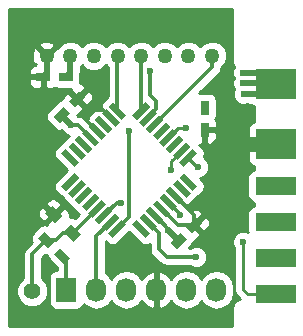
<source format=gbr>
G04 #@! TF.FileFunction,Copper,L1,Top,Signal*
%FSLAX46Y46*%
G04 Gerber Fmt 4.6, Leading zero omitted, Abs format (unit mm)*
G04 Created by KiCad (PCBNEW 4.0.7) date 08/12/18 13:26:52*
%MOMM*%
%LPD*%
G01*
G04 APERTURE LIST*
%ADD10C,0.100000*%
%ADD11R,1.200000X0.750000*%
%ADD12R,1.727200X2.032000*%
%ADD13O,1.727200X2.032000*%
%ADD14C,1.270000*%
%ADD15C,1.400000*%
%ADD16R,3.500000X2.500000*%
%ADD17R,3.500000X1.524000*%
%ADD18R,0.750000X1.200000*%
%ADD19C,0.600000*%
%ADD20C,0.300000*%
%ADD21C,0.500000*%
%ADD22C,0.250000*%
%ADD23C,0.254000*%
G04 APERTURE END LIST*
D10*
D11*
X103317000Y-91821000D03*
X105217000Y-91821000D03*
D10*
G36*
X112402445Y-105051334D02*
X112013536Y-105440243D01*
X110882165Y-104308872D01*
X111271074Y-103919963D01*
X112402445Y-105051334D01*
X112402445Y-105051334D01*
G37*
G36*
X112968130Y-104485648D02*
X112579221Y-104874557D01*
X111447850Y-103743186D01*
X111836759Y-103354277D01*
X112968130Y-104485648D01*
X112968130Y-104485648D01*
G37*
G36*
X113533816Y-103919963D02*
X113144907Y-104308872D01*
X112013536Y-103177501D01*
X112402445Y-102788592D01*
X113533816Y-103919963D01*
X113533816Y-103919963D01*
G37*
G36*
X114099501Y-103354278D02*
X113710592Y-103743187D01*
X112579221Y-102611816D01*
X112968130Y-102222907D01*
X114099501Y-103354278D01*
X114099501Y-103354278D01*
G37*
G36*
X114665187Y-102788592D02*
X114276278Y-103177501D01*
X113144907Y-102046130D01*
X113533816Y-101657221D01*
X114665187Y-102788592D01*
X114665187Y-102788592D01*
G37*
G36*
X115230872Y-102222907D02*
X114841963Y-102611816D01*
X113710592Y-101480445D01*
X114099501Y-101091536D01*
X115230872Y-102222907D01*
X115230872Y-102222907D01*
G37*
G36*
X115796557Y-101657221D02*
X115407648Y-102046130D01*
X114276277Y-100914759D01*
X114665186Y-100525850D01*
X115796557Y-101657221D01*
X115796557Y-101657221D01*
G37*
G36*
X116362243Y-101091536D02*
X115973334Y-101480445D01*
X114841963Y-100349074D01*
X115230872Y-99960165D01*
X116362243Y-101091536D01*
X116362243Y-101091536D01*
G37*
G36*
X115973334Y-97909555D02*
X116362243Y-98298464D01*
X115230872Y-99429835D01*
X114841963Y-99040926D01*
X115973334Y-97909555D01*
X115973334Y-97909555D01*
G37*
G36*
X115407648Y-97343870D02*
X115796557Y-97732779D01*
X114665186Y-98864150D01*
X114276277Y-98475241D01*
X115407648Y-97343870D01*
X115407648Y-97343870D01*
G37*
G36*
X114841963Y-96778184D02*
X115230872Y-97167093D01*
X114099501Y-98298464D01*
X113710592Y-97909555D01*
X114841963Y-96778184D01*
X114841963Y-96778184D01*
G37*
G36*
X114276278Y-96212499D02*
X114665187Y-96601408D01*
X113533816Y-97732779D01*
X113144907Y-97343870D01*
X114276278Y-96212499D01*
X114276278Y-96212499D01*
G37*
G36*
X113710592Y-95646813D02*
X114099501Y-96035722D01*
X112968130Y-97167093D01*
X112579221Y-96778184D01*
X113710592Y-95646813D01*
X113710592Y-95646813D01*
G37*
G36*
X113144907Y-95081128D02*
X113533816Y-95470037D01*
X112402445Y-96601408D01*
X112013536Y-96212499D01*
X113144907Y-95081128D01*
X113144907Y-95081128D01*
G37*
G36*
X112579221Y-94515443D02*
X112968130Y-94904352D01*
X111836759Y-96035723D01*
X111447850Y-95646814D01*
X112579221Y-94515443D01*
X112579221Y-94515443D01*
G37*
G36*
X112013536Y-93949757D02*
X112402445Y-94338666D01*
X111271074Y-95470037D01*
X110882165Y-95081128D01*
X112013536Y-93949757D01*
X112013536Y-93949757D01*
G37*
G36*
X110351835Y-95081128D02*
X109962926Y-95470037D01*
X108831555Y-94338666D01*
X109220464Y-93949757D01*
X110351835Y-95081128D01*
X110351835Y-95081128D01*
G37*
G36*
X109786150Y-95646814D02*
X109397241Y-96035723D01*
X108265870Y-94904352D01*
X108654779Y-94515443D01*
X109786150Y-95646814D01*
X109786150Y-95646814D01*
G37*
G36*
X109220464Y-96212499D02*
X108831555Y-96601408D01*
X107700184Y-95470037D01*
X108089093Y-95081128D01*
X109220464Y-96212499D01*
X109220464Y-96212499D01*
G37*
G36*
X108654779Y-96778184D02*
X108265870Y-97167093D01*
X107134499Y-96035722D01*
X107523408Y-95646813D01*
X108654779Y-96778184D01*
X108654779Y-96778184D01*
G37*
G36*
X108089093Y-97343870D02*
X107700184Y-97732779D01*
X106568813Y-96601408D01*
X106957722Y-96212499D01*
X108089093Y-97343870D01*
X108089093Y-97343870D01*
G37*
G36*
X107523408Y-97909555D02*
X107134499Y-98298464D01*
X106003128Y-97167093D01*
X106392037Y-96778184D01*
X107523408Y-97909555D01*
X107523408Y-97909555D01*
G37*
G36*
X106957723Y-98475241D02*
X106568814Y-98864150D01*
X105437443Y-97732779D01*
X105826352Y-97343870D01*
X106957723Y-98475241D01*
X106957723Y-98475241D01*
G37*
G36*
X106392037Y-99040926D02*
X106003128Y-99429835D01*
X104871757Y-98298464D01*
X105260666Y-97909555D01*
X106392037Y-99040926D01*
X106392037Y-99040926D01*
G37*
G36*
X106003128Y-99960165D02*
X106392037Y-100349074D01*
X105260666Y-101480445D01*
X104871757Y-101091536D01*
X106003128Y-99960165D01*
X106003128Y-99960165D01*
G37*
G36*
X106568814Y-100525850D02*
X106957723Y-100914759D01*
X105826352Y-102046130D01*
X105437443Y-101657221D01*
X106568814Y-100525850D01*
X106568814Y-100525850D01*
G37*
G36*
X107134499Y-101091536D02*
X107523408Y-101480445D01*
X106392037Y-102611816D01*
X106003128Y-102222907D01*
X107134499Y-101091536D01*
X107134499Y-101091536D01*
G37*
G36*
X107700184Y-101657221D02*
X108089093Y-102046130D01*
X106957722Y-103177501D01*
X106568813Y-102788592D01*
X107700184Y-101657221D01*
X107700184Y-101657221D01*
G37*
G36*
X108265870Y-102222907D02*
X108654779Y-102611816D01*
X107523408Y-103743187D01*
X107134499Y-103354278D01*
X108265870Y-102222907D01*
X108265870Y-102222907D01*
G37*
G36*
X108831555Y-102788592D02*
X109220464Y-103177501D01*
X108089093Y-104308872D01*
X107700184Y-103919963D01*
X108831555Y-102788592D01*
X108831555Y-102788592D01*
G37*
G36*
X109397241Y-103354277D02*
X109786150Y-103743186D01*
X108654779Y-104874557D01*
X108265870Y-104485648D01*
X109397241Y-103354277D01*
X109397241Y-103354277D01*
G37*
G36*
X109962926Y-103919963D02*
X110351835Y-104308872D01*
X109220464Y-105440243D01*
X108831555Y-105051334D01*
X109962926Y-103919963D01*
X109962926Y-103919963D01*
G37*
D12*
X105283000Y-109855000D03*
D13*
X107823000Y-109855000D03*
X110363000Y-109855000D03*
X112903000Y-109855000D03*
X115443000Y-109855000D03*
X117983000Y-109855000D03*
D10*
G36*
X116273850Y-103667820D02*
X116804180Y-104198150D01*
X115955652Y-105046678D01*
X115425322Y-104516348D01*
X116273850Y-103667820D01*
X116273850Y-103667820D01*
G37*
G36*
X114930348Y-105011322D02*
X115460678Y-105541652D01*
X114612150Y-106390180D01*
X114081820Y-105859850D01*
X114930348Y-105011322D01*
X114930348Y-105011322D01*
G37*
G36*
X106367850Y-92999820D02*
X106898180Y-93530150D01*
X106049652Y-94378678D01*
X105519322Y-93848348D01*
X106367850Y-92999820D01*
X106367850Y-92999820D01*
G37*
G36*
X105024348Y-94343322D02*
X105554678Y-94873652D01*
X104706150Y-95722180D01*
X104175820Y-95191850D01*
X105024348Y-94343322D01*
X105024348Y-94343322D01*
G37*
G36*
X105628180Y-107129850D02*
X105097850Y-107660180D01*
X104249322Y-106811652D01*
X104779652Y-106281322D01*
X105628180Y-107129850D01*
X105628180Y-107129850D01*
G37*
G36*
X104284678Y-105786348D02*
X103754348Y-106316678D01*
X102905820Y-105468150D01*
X103436150Y-104937820D01*
X104284678Y-105786348D01*
X104284678Y-105786348D01*
G37*
G36*
X103508721Y-103383117D02*
X104145117Y-102746721D01*
X104993645Y-103595249D01*
X104357249Y-104231645D01*
X103508721Y-103383117D01*
X103508721Y-103383117D01*
G37*
G36*
X105064355Y-104938751D02*
X105700751Y-104302355D01*
X106549279Y-105150883D01*
X105912883Y-105787279D01*
X105064355Y-104938751D01*
X105064355Y-104938751D01*
G37*
D14*
X103617000Y-90043000D03*
X105617000Y-90043000D03*
X107617000Y-90043000D03*
X109617000Y-90043000D03*
X111617000Y-90043000D03*
X113617000Y-90043000D03*
X115617000Y-90043000D03*
X117617000Y-90043000D03*
D15*
X102395000Y-109965000D03*
D16*
X123015000Y-92439000D03*
X123015000Y-97519000D03*
D17*
X123015000Y-101075000D03*
X123015000Y-104123000D03*
X123015000Y-107171000D03*
X123015000Y-110219000D03*
D18*
X116995000Y-96315000D03*
X116995000Y-94415000D03*
D19*
X120895000Y-93265000D03*
X120895000Y-92365000D03*
X120895000Y-91465000D03*
X120295000Y-93265000D03*
X120269000Y-92365000D03*
X120269000Y-91465000D03*
X113919000Y-104775000D03*
X116995000Y-94415000D03*
X105717498Y-95885000D03*
X114935000Y-103505000D03*
X120269000Y-105791000D03*
X114173000Y-99695000D03*
X112395000Y-91313000D03*
X110617000Y-96393000D03*
X109895000Y-102465000D03*
X122047000Y-104013000D03*
X116459000Y-99441000D03*
X116295000Y-107065000D03*
X122047000Y-107061000D03*
X122047000Y-100965000D03*
X115443000Y-96139000D03*
D20*
X111792103Y-104680103D02*
X111642305Y-104680103D01*
D21*
X123015000Y-92439000D02*
X121989000Y-93265000D01*
X121989000Y-93265000D02*
X120895000Y-93265000D01*
X120895000Y-93265000D02*
X120295000Y-93265000D01*
X120269000Y-92365000D02*
X120895000Y-92365000D01*
X120895000Y-92365000D02*
X122363000Y-92365000D01*
X122363000Y-92365000D02*
X123015000Y-92439000D01*
X120269000Y-91465000D02*
X120895000Y-91465000D01*
X120895000Y-91465000D02*
X122397000Y-91465000D01*
X122397000Y-91465000D02*
X123015000Y-92439000D01*
X114771249Y-105700751D02*
X114771249Y-105627249D01*
X114771249Y-105627249D02*
X113919000Y-104775000D01*
X104865249Y-95032751D02*
X105717498Y-95885000D01*
X105617000Y-90043000D02*
X105617000Y-91421000D01*
X105617000Y-91421000D02*
X105217000Y-91821000D01*
X123015000Y-92439000D02*
X122363000Y-92365000D01*
X123015000Y-92439000D02*
X122397000Y-91465000D01*
D20*
X113905047Y-102417361D02*
X114935000Y-103447314D01*
X114935000Y-103447314D02*
X114935000Y-103505000D01*
X113919000Y-104694056D02*
X113919000Y-104775000D01*
X113959472Y-104734528D02*
X113919000Y-104775000D01*
X113919000Y-104775000D02*
X113959472Y-104734528D01*
X112773676Y-103548732D02*
X113919000Y-104694056D01*
X114771249Y-105546305D02*
X114771249Y-105700751D01*
X107328953Y-96972639D02*
X106241314Y-95885000D01*
X106241314Y-95885000D02*
X105717498Y-95885000D01*
X105617000Y-90377000D02*
X105617000Y-90043000D01*
D21*
X103617000Y-90043000D02*
X103617000Y-91521000D01*
X103617000Y-91521000D02*
X103317000Y-91821000D01*
X120269000Y-97663000D02*
X122871000Y-97663000D01*
X122871000Y-97663000D02*
X123015000Y-97519000D01*
X120269000Y-97155000D02*
X122651000Y-97155000D01*
X122651000Y-97155000D02*
X123015000Y-97519000D01*
X123015000Y-97519000D02*
X122617000Y-97917000D01*
X122617000Y-97917000D02*
X120269000Y-97917000D01*
X123015000Y-97519000D02*
X122905000Y-97409000D01*
X122905000Y-97409000D02*
X120269000Y-97409000D01*
X123015000Y-97519000D02*
X122363000Y-98171000D01*
X123015000Y-97519000D02*
X122397000Y-96901000D01*
D20*
X103317000Y-91821000D02*
X103617000Y-91521000D01*
X115697000Y-103077944D02*
X116114751Y-103495695D01*
X114470732Y-101851676D02*
X115697000Y-103077944D01*
X116114751Y-103495695D02*
X116114751Y-104357249D01*
X113339361Y-102983047D02*
X114713563Y-104357249D01*
X114713563Y-104357249D02*
X116114751Y-104357249D01*
X106208751Y-93689249D02*
X106208751Y-93762751D01*
X106208751Y-93762751D02*
X107061000Y-94615000D01*
X107894639Y-96406953D02*
X107061000Y-95573314D01*
X107061000Y-95573314D02*
X107061000Y-94615000D01*
X109026010Y-95275583D02*
X108365427Y-94615000D01*
X108365427Y-94615000D02*
X107061000Y-94615000D01*
X102395000Y-109965000D02*
X102395000Y-106827498D01*
X102395000Y-106827498D02*
X103595249Y-105627249D01*
X105806817Y-105044817D02*
X105013183Y-105044817D01*
X104430751Y-105627249D02*
X103595249Y-105627249D01*
X105013183Y-105044817D02*
X104430751Y-105627249D01*
X107894639Y-102983047D02*
X105832869Y-105044817D01*
X105832869Y-105044817D02*
X105806817Y-105044817D01*
D22*
X120269000Y-105791000D02*
X120269000Y-109855000D01*
X120269000Y-109855000D02*
X120633000Y-110219000D01*
X123015000Y-110219000D02*
X120633000Y-110219000D01*
X114173000Y-98967427D02*
X115036417Y-98104010D01*
X114173000Y-98967427D02*
X114173000Y-99695000D01*
X122047000Y-110109000D02*
X122157000Y-110219000D01*
X122157000Y-110219000D02*
X123015000Y-110219000D01*
D20*
X117617000Y-90043000D02*
X117617000Y-90997944D01*
X117617000Y-90997944D02*
X112773676Y-95841268D01*
X113665000Y-94949944D02*
X112773676Y-95841268D01*
X112395000Y-91265000D02*
X112395000Y-93091000D01*
X112395000Y-93091000D02*
X112395000Y-93345000D01*
X112395000Y-93345000D02*
X112903000Y-93853000D01*
X112903000Y-93853000D02*
X112903000Y-94580573D01*
X112903000Y-94580573D02*
X112207990Y-95275583D01*
X112395000Y-91313000D02*
X112395000Y-91265000D01*
X111617000Y-90043000D02*
X111617000Y-94684592D01*
X111617000Y-94684592D02*
X111642305Y-94709897D01*
X111642305Y-94624305D02*
X111642305Y-94709897D01*
X109591695Y-94709897D02*
X109591695Y-90068305D01*
X109591695Y-90068305D02*
X109617000Y-90043000D01*
X109601000Y-90059000D02*
X109617000Y-90043000D01*
X110617000Y-103654798D02*
X109591695Y-104680103D01*
X110617000Y-103654798D02*
X110617000Y-96393000D01*
X105283000Y-109855000D02*
X105283000Y-107315000D01*
X105283000Y-107315000D02*
X104938751Y-106970751D01*
X105217000Y-107249000D02*
X104938751Y-106970751D01*
X105217000Y-109789000D02*
X105283000Y-109855000D01*
X109026010Y-104114417D02*
X107823000Y-105317427D01*
X107823000Y-105317427D02*
X107823000Y-109855000D01*
X108460324Y-103548732D02*
X109544056Y-102465000D01*
X109544056Y-102465000D02*
X109895000Y-102465000D01*
D22*
X115602103Y-98669695D02*
X116373408Y-99441000D01*
X122047000Y-104013000D02*
X122157000Y-104123000D01*
X116373408Y-99441000D02*
X116459000Y-99441000D01*
X122157000Y-104123000D02*
X123015000Y-104123000D01*
D20*
X116295000Y-107065000D02*
X115095000Y-107065000D01*
X113126787Y-106396787D02*
X113795000Y-107065000D01*
X113795000Y-107065000D02*
X115095000Y-107065000D01*
X113126787Y-106396787D02*
X113126787Y-105033214D01*
D22*
X112207990Y-104114417D02*
X113126787Y-105033214D01*
X113126787Y-105033214D02*
X113157000Y-105063427D01*
X122047000Y-107061000D02*
X122905000Y-107061000D01*
X122905000Y-107061000D02*
X123015000Y-107171000D01*
X113905047Y-96972639D02*
X114738686Y-96139000D01*
X122047000Y-100965000D02*
X122157000Y-101075000D01*
X114738686Y-96139000D02*
X115443000Y-96139000D01*
X122157000Y-101075000D02*
X123015000Y-101075000D01*
D23*
G36*
X119285000Y-87265000D02*
X119305000Y-87365546D01*
X119305000Y-90551000D01*
X119359046Y-90822705D01*
X119460347Y-90974314D01*
X119334162Y-91278201D01*
X119333838Y-91650167D01*
X119443359Y-91915228D01*
X119334162Y-92178201D01*
X119333838Y-92550167D01*
X119456326Y-92846612D01*
X119360162Y-93078201D01*
X119359838Y-93450167D01*
X119501883Y-93793943D01*
X119764673Y-94057192D01*
X120108201Y-94199838D01*
X120480167Y-94200162D01*
X120594857Y-94152773D01*
X120708201Y-94199838D01*
X120888070Y-94199995D01*
X121013110Y-94285431D01*
X121158000Y-94314772D01*
X121158000Y-95634000D01*
X121138690Y-95634000D01*
X120905301Y-95730673D01*
X120726673Y-95909302D01*
X120630000Y-96142691D01*
X120630000Y-97233250D01*
X120788750Y-97392000D01*
X121158000Y-97392000D01*
X121158000Y-97646000D01*
X120788750Y-97646000D01*
X120630000Y-97804750D01*
X120630000Y-98895309D01*
X120726673Y-99128698D01*
X120905301Y-99307327D01*
X121138690Y-99404000D01*
X121158000Y-99404000D01*
X121158000Y-99685693D01*
X121029683Y-99709838D01*
X120813559Y-99848910D01*
X120668569Y-100061110D01*
X120617560Y-100313000D01*
X120617560Y-101837000D01*
X120661838Y-102072317D01*
X120800910Y-102288441D01*
X121013110Y-102433431D01*
X121158000Y-102462772D01*
X121158000Y-102733693D01*
X121029683Y-102757838D01*
X120813559Y-102896910D01*
X120668569Y-103109110D01*
X120617560Y-103361000D01*
X120617560Y-104885000D01*
X120625384Y-104926580D01*
X120455799Y-104856162D01*
X120083833Y-104855838D01*
X119740057Y-104997883D01*
X119476808Y-105260673D01*
X119334162Y-105604201D01*
X119333838Y-105976167D01*
X119475883Y-106319943D01*
X119509000Y-106353118D01*
X119509000Y-109855000D01*
X119566852Y-110145839D01*
X119731599Y-110392401D01*
X120009327Y-110670129D01*
X119743295Y-110723046D01*
X119512954Y-110876954D01*
X119359046Y-111107295D01*
X119305000Y-111379000D01*
X119305000Y-112955000D01*
X100405000Y-112955000D01*
X100405000Y-110229383D01*
X101059769Y-110229383D01*
X101262582Y-110720229D01*
X101637796Y-111096098D01*
X102128287Y-111299768D01*
X102659383Y-111300231D01*
X103150229Y-111097418D01*
X103526098Y-110722204D01*
X103729768Y-110231713D01*
X103730231Y-109700617D01*
X103527418Y-109209771D01*
X103180000Y-108861747D01*
X103180000Y-107152656D01*
X103451968Y-106880688D01*
X103494242Y-106909572D01*
X103627490Y-106938477D01*
X103649468Y-107055279D01*
X103791513Y-107269461D01*
X104498000Y-107975948D01*
X104498000Y-108191560D01*
X104419400Y-108191560D01*
X104184083Y-108235838D01*
X103967959Y-108374910D01*
X103822969Y-108587110D01*
X103771960Y-108839000D01*
X103771960Y-110871000D01*
X103816238Y-111106317D01*
X103955310Y-111322441D01*
X104167510Y-111467431D01*
X104419400Y-111518440D01*
X106146600Y-111518440D01*
X106381917Y-111474162D01*
X106598041Y-111335090D01*
X106743031Y-111122890D01*
X106751400Y-111081561D01*
X106763330Y-111099415D01*
X107249511Y-111424271D01*
X107823000Y-111538345D01*
X108396489Y-111424271D01*
X108882670Y-111099415D01*
X109093000Y-110784634D01*
X109303330Y-111099415D01*
X109789511Y-111424271D01*
X110363000Y-111538345D01*
X110936489Y-111424271D01*
X111422670Y-111099415D01*
X111629461Y-110789931D01*
X112000964Y-111205732D01*
X112528209Y-111459709D01*
X112543974Y-111462358D01*
X112776000Y-111341217D01*
X112776000Y-109982000D01*
X112756000Y-109982000D01*
X112756000Y-109728000D01*
X112776000Y-109728000D01*
X112776000Y-108368783D01*
X113030000Y-108368783D01*
X113030000Y-109728000D01*
X113050000Y-109728000D01*
X113050000Y-109982000D01*
X113030000Y-109982000D01*
X113030000Y-111341217D01*
X113262026Y-111462358D01*
X113277791Y-111459709D01*
X113805036Y-111205732D01*
X114176539Y-110789931D01*
X114383330Y-111099415D01*
X114869511Y-111424271D01*
X115443000Y-111538345D01*
X116016489Y-111424271D01*
X116502670Y-111099415D01*
X116713000Y-110784634D01*
X116923330Y-111099415D01*
X117409511Y-111424271D01*
X117983000Y-111538345D01*
X118556489Y-111424271D01*
X119042670Y-111099415D01*
X119367526Y-110613234D01*
X119481600Y-110039745D01*
X119481600Y-109670255D01*
X119367526Y-109096766D01*
X119042670Y-108610585D01*
X118556489Y-108285729D01*
X117983000Y-108171655D01*
X117409511Y-108285729D01*
X116923330Y-108610585D01*
X116713000Y-108925366D01*
X116502670Y-108610585D01*
X116016489Y-108285729D01*
X115443000Y-108171655D01*
X114869511Y-108285729D01*
X114383330Y-108610585D01*
X114176539Y-108920069D01*
X113805036Y-108504268D01*
X113277791Y-108250291D01*
X113262026Y-108247642D01*
X113030000Y-108368783D01*
X112776000Y-108368783D01*
X112543974Y-108247642D01*
X112528209Y-108250291D01*
X112000964Y-108504268D01*
X111629461Y-108920069D01*
X111422670Y-108610585D01*
X110936489Y-108285729D01*
X110363000Y-108171655D01*
X109789511Y-108285729D01*
X109303330Y-108610585D01*
X109093000Y-108925366D01*
X108882670Y-108610585D01*
X108608000Y-108427056D01*
X108608000Y-105743397D01*
X108762655Y-105898052D01*
X108960358Y-106033137D01*
X109211520Y-106087621D01*
X109464091Y-106040097D01*
X109678273Y-105898052D01*
X110617000Y-104959325D01*
X111555727Y-105898052D01*
X111753430Y-106033137D01*
X112004592Y-106087621D01*
X112257163Y-106040097D01*
X112341787Y-105983975D01*
X112341787Y-106396787D01*
X112401542Y-106697194D01*
X112571708Y-106951866D01*
X113239921Y-107620079D01*
X113494594Y-107790245D01*
X113795000Y-107850000D01*
X115757494Y-107850000D01*
X115764673Y-107857192D01*
X116108201Y-107999838D01*
X116480167Y-108000162D01*
X116823943Y-107858117D01*
X117087192Y-107595327D01*
X117229838Y-107251799D01*
X117230162Y-106879833D01*
X117088117Y-106536057D01*
X116825327Y-106272808D01*
X116481799Y-106130162D01*
X116109833Y-106129838D01*
X115766057Y-106271883D01*
X115757926Y-106280000D01*
X115637948Y-106280000D01*
X115918487Y-105999461D01*
X116053572Y-105801758D01*
X116079621Y-105681678D01*
X116081962Y-105681678D01*
X116315351Y-105585005D01*
X116626873Y-105273483D01*
X116626873Y-105048976D01*
X116114751Y-104536854D01*
X116100609Y-104550997D01*
X115921004Y-104371392D01*
X115935146Y-104357249D01*
X116294356Y-104357249D01*
X116806478Y-104869371D01*
X117030985Y-104869371D01*
X117342507Y-104557849D01*
X117439180Y-104324460D01*
X117439180Y-104071841D01*
X117342508Y-103838452D01*
X117190084Y-103686028D01*
X116965577Y-103686028D01*
X116294356Y-104357249D01*
X115935146Y-104357249D01*
X115921004Y-104343107D01*
X116100609Y-104163502D01*
X116114751Y-104177644D01*
X116785972Y-103506423D01*
X116785972Y-103281916D01*
X116633548Y-103129492D01*
X116400159Y-103032820D01*
X116147540Y-103032820D01*
X115914151Y-103129493D01*
X115827372Y-103216272D01*
X115728117Y-102976057D01*
X115552086Y-102799718D01*
X115575234Y-102776570D01*
X115477370Y-102678706D01*
X115553837Y-102664318D01*
X115687486Y-102664318D01*
X115769199Y-102582605D01*
X115777667Y-102562161D01*
X115865457Y-102503939D01*
X116254366Y-102115030D01*
X116328756Y-102006157D01*
X116431143Y-101938254D01*
X116820052Y-101549345D01*
X116955137Y-101351642D01*
X117009621Y-101100480D01*
X116962097Y-100847909D01*
X116820052Y-100633727D01*
X116562416Y-100376091D01*
X116644167Y-100376162D01*
X116987943Y-100234117D01*
X117251192Y-99971327D01*
X117393838Y-99627799D01*
X117394162Y-99255833D01*
X117252117Y-98912057D01*
X116989327Y-98648808D01*
X116914663Y-98617805D01*
X116955137Y-98558570D01*
X117009621Y-98307408D01*
X116962097Y-98054837D01*
X116820052Y-97840655D01*
X116529397Y-97550000D01*
X116709250Y-97550000D01*
X116868000Y-97391250D01*
X116868000Y-96442000D01*
X117122000Y-96442000D01*
X117122000Y-97391250D01*
X117280750Y-97550000D01*
X117496310Y-97550000D01*
X117729699Y-97453327D01*
X117908327Y-97274698D01*
X118005000Y-97041309D01*
X118005000Y-96600750D01*
X117846250Y-96442000D01*
X117122000Y-96442000D01*
X116868000Y-96442000D01*
X116848000Y-96442000D01*
X116848000Y-96188000D01*
X116868000Y-96188000D01*
X116868000Y-96168000D01*
X117122000Y-96168000D01*
X117122000Y-96188000D01*
X117846250Y-96188000D01*
X118005000Y-96029250D01*
X118005000Y-95588691D01*
X117908327Y-95355302D01*
X117906957Y-95353932D01*
X117966431Y-95266890D01*
X118017440Y-95015000D01*
X118017440Y-93815000D01*
X117973162Y-93579683D01*
X117834090Y-93363559D01*
X117621890Y-93218569D01*
X117370000Y-93167560D01*
X116620000Y-93167560D01*
X116543065Y-93182036D01*
X118172076Y-91553025D01*
X118172079Y-91553023D01*
X118342245Y-91298350D01*
X118388123Y-91067709D01*
X118693026Y-90763337D01*
X118886779Y-90296727D01*
X118887220Y-89791490D01*
X118694282Y-89324542D01*
X118337337Y-88966974D01*
X117870727Y-88773221D01*
X117365490Y-88772780D01*
X116898542Y-88965718D01*
X116616822Y-89246947D01*
X116337337Y-88966974D01*
X115870727Y-88773221D01*
X115365490Y-88772780D01*
X114898542Y-88965718D01*
X114616822Y-89246947D01*
X114337337Y-88966974D01*
X113870727Y-88773221D01*
X113365490Y-88772780D01*
X112898542Y-88965718D01*
X112616822Y-89246947D01*
X112337337Y-88966974D01*
X111870727Y-88773221D01*
X111365490Y-88772780D01*
X110898542Y-88965718D01*
X110616822Y-89246947D01*
X110337337Y-88966974D01*
X109870727Y-88773221D01*
X109365490Y-88772780D01*
X108898542Y-88965718D01*
X108616822Y-89246947D01*
X108337337Y-88966974D01*
X107870727Y-88773221D01*
X107365490Y-88772780D01*
X106898542Y-88965718D01*
X106616822Y-89246947D01*
X106337337Y-88966974D01*
X105870727Y-88773221D01*
X105365490Y-88772780D01*
X104898542Y-88965718D01*
X104540974Y-89322663D01*
X104533320Y-89341097D01*
X104505133Y-89334472D01*
X103796605Y-90043000D01*
X103810748Y-90057143D01*
X103631143Y-90236748D01*
X103617000Y-90222605D01*
X103602858Y-90236748D01*
X103423253Y-90057143D01*
X103437395Y-90043000D01*
X102728867Y-89334472D01*
X102499821Y-89388303D01*
X102334319Y-89865664D01*
X102364094Y-90370023D01*
X102499821Y-90697697D01*
X102728865Y-90751527D01*
X102669392Y-90811000D01*
X102590691Y-90811000D01*
X102357302Y-90907673D01*
X102178673Y-91086301D01*
X102082000Y-91319690D01*
X102082000Y-91535250D01*
X102240750Y-91694000D01*
X103190000Y-91694000D01*
X103190000Y-91674000D01*
X103444000Y-91674000D01*
X103444000Y-91694000D01*
X103464000Y-91694000D01*
X103464000Y-91948000D01*
X103444000Y-91948000D01*
X103444000Y-92672250D01*
X103602750Y-92831000D01*
X104043309Y-92831000D01*
X104276698Y-92734327D01*
X104278068Y-92732957D01*
X104365110Y-92792431D01*
X104617000Y-92843440D01*
X105696629Y-92843440D01*
X105696629Y-92997522D01*
X106208751Y-93509644D01*
X106879972Y-92838423D01*
X106879972Y-92613916D01*
X106727548Y-92461492D01*
X106494159Y-92364820D01*
X106430253Y-92364820D01*
X106464440Y-92196000D01*
X106464440Y-91609826D01*
X106502000Y-91421000D01*
X106502000Y-90954030D01*
X106617178Y-90839053D01*
X106896663Y-91119026D01*
X107363273Y-91312779D01*
X107868510Y-91313220D01*
X108335458Y-91120282D01*
X108617178Y-90839053D01*
X108806695Y-91028901D01*
X108806695Y-93462741D01*
X108762655Y-93491948D01*
X108373746Y-93880857D01*
X108313065Y-93969667D01*
X108295081Y-93977116D01*
X108213368Y-94058829D01*
X108213368Y-94195156D01*
X108184177Y-94329722D01*
X108208250Y-94457658D01*
X108098037Y-94433750D01*
X107942899Y-94462941D01*
X107809256Y-94462941D01*
X107727543Y-94544654D01*
X107719076Y-94565096D01*
X107631284Y-94623319D01*
X107242375Y-95012228D01*
X107181695Y-95101037D01*
X107163710Y-95108486D01*
X107021878Y-95250317D01*
X107081997Y-95190199D01*
X107081997Y-95326527D01*
X107052806Y-95461093D01*
X107076879Y-95589029D01*
X107049579Y-95583107D01*
X106796393Y-95329921D01*
X106541721Y-95159755D01*
X106258396Y-95103398D01*
X106247825Y-95092808D01*
X106164005Y-95058003D01*
X106173621Y-95013678D01*
X106175962Y-95013678D01*
X106409351Y-94917005D01*
X106720873Y-94605483D01*
X106720873Y-94380976D01*
X106208751Y-93868854D01*
X106194609Y-93882997D01*
X106015004Y-93703392D01*
X106029146Y-93689249D01*
X106388356Y-93689249D01*
X106900478Y-94201371D01*
X107124985Y-94201371D01*
X107436507Y-93889849D01*
X107533180Y-93656460D01*
X107533180Y-93403841D01*
X107436508Y-93170452D01*
X107284084Y-93018028D01*
X107059577Y-93018028D01*
X106388356Y-93689249D01*
X106029146Y-93689249D01*
X105517024Y-93177127D01*
X105292517Y-93177127D01*
X104980995Y-93488649D01*
X104884322Y-93722038D01*
X104884322Y-93723974D01*
X104780721Y-93743468D01*
X104566539Y-93885513D01*
X103718011Y-94734041D01*
X103582926Y-94931744D01*
X103528442Y-95182906D01*
X103575966Y-95435477D01*
X103718011Y-95649659D01*
X104248341Y-96179989D01*
X104446044Y-96315074D01*
X104697206Y-96369558D01*
X104890977Y-96333098D01*
X104924381Y-96413943D01*
X105187171Y-96677192D01*
X105483244Y-96800133D01*
X105470927Y-96818160D01*
X105368543Y-96886061D01*
X104979634Y-97274970D01*
X104905244Y-97383843D01*
X104802857Y-97451746D01*
X104413948Y-97840655D01*
X104278863Y-98038358D01*
X104224379Y-98289520D01*
X104271903Y-98542091D01*
X104413948Y-98756273D01*
X105352675Y-99695000D01*
X104413948Y-100633727D01*
X104278863Y-100831430D01*
X104224379Y-101082592D01*
X104271903Y-101335163D01*
X104413948Y-101549345D01*
X104802857Y-101938254D01*
X104911733Y-102012646D01*
X104979634Y-102115030D01*
X105368543Y-102503939D01*
X105477416Y-102578329D01*
X105545319Y-102680716D01*
X105934228Y-103069625D01*
X106043102Y-103144016D01*
X106111004Y-103246401D01*
X106316066Y-103451463D01*
X106018608Y-103748920D01*
X105960857Y-103709461D01*
X105709695Y-103654977D01*
X105628645Y-103670227D01*
X105628645Y-103468939D01*
X105531972Y-103235550D01*
X105220450Y-102924028D01*
X104995943Y-102924028D01*
X104430788Y-103489183D01*
X104444931Y-103503326D01*
X104265326Y-103682931D01*
X104251183Y-103668788D01*
X103686028Y-104233943D01*
X103686028Y-104342707D01*
X103445094Y-104290442D01*
X103192523Y-104337966D01*
X102978341Y-104480011D01*
X102448011Y-105010341D01*
X102312926Y-105208044D01*
X102258442Y-105459206D01*
X102305966Y-105711777D01*
X102343686Y-105768654D01*
X101839921Y-106272419D01*
X101669755Y-106527091D01*
X101635919Y-106697194D01*
X101610000Y-106827498D01*
X101610000Y-108862301D01*
X101263902Y-109207796D01*
X101060232Y-109698287D01*
X101059769Y-110229383D01*
X100405000Y-110229383D01*
X100405000Y-103256808D01*
X102873721Y-103256808D01*
X102873721Y-103509427D01*
X102970394Y-103742816D01*
X103281916Y-104054338D01*
X103506423Y-104054338D01*
X104071578Y-103489183D01*
X103400357Y-102817962D01*
X103175850Y-102817962D01*
X102970393Y-103023419D01*
X102873721Y-103256808D01*
X100405000Y-103256808D01*
X100405000Y-102413850D01*
X103579962Y-102413850D01*
X103579962Y-102638357D01*
X104251183Y-103309578D01*
X104816338Y-102744423D01*
X104816338Y-102519916D01*
X104504816Y-102208394D01*
X104271427Y-102111721D01*
X104018808Y-102111721D01*
X103785419Y-102208393D01*
X103579962Y-102413850D01*
X100405000Y-102413850D01*
X100405000Y-92106750D01*
X102082000Y-92106750D01*
X102082000Y-92322310D01*
X102178673Y-92555699D01*
X102357302Y-92734327D01*
X102590691Y-92831000D01*
X103031250Y-92831000D01*
X103190000Y-92672250D01*
X103190000Y-91948000D01*
X102240750Y-91948000D01*
X102082000Y-92106750D01*
X100405000Y-92106750D01*
X100405000Y-89154867D01*
X102908472Y-89154867D01*
X103617000Y-89863395D01*
X104325528Y-89154867D01*
X104271697Y-88925821D01*
X103794336Y-88760319D01*
X103289977Y-88790094D01*
X102962303Y-88925821D01*
X102908472Y-89154867D01*
X100405000Y-89154867D01*
X100405000Y-86075000D01*
X119285000Y-86075000D01*
X119285000Y-87265000D01*
X119285000Y-87265000D01*
G37*
X119285000Y-87265000D02*
X119305000Y-87365546D01*
X119305000Y-90551000D01*
X119359046Y-90822705D01*
X119460347Y-90974314D01*
X119334162Y-91278201D01*
X119333838Y-91650167D01*
X119443359Y-91915228D01*
X119334162Y-92178201D01*
X119333838Y-92550167D01*
X119456326Y-92846612D01*
X119360162Y-93078201D01*
X119359838Y-93450167D01*
X119501883Y-93793943D01*
X119764673Y-94057192D01*
X120108201Y-94199838D01*
X120480167Y-94200162D01*
X120594857Y-94152773D01*
X120708201Y-94199838D01*
X120888070Y-94199995D01*
X121013110Y-94285431D01*
X121158000Y-94314772D01*
X121158000Y-95634000D01*
X121138690Y-95634000D01*
X120905301Y-95730673D01*
X120726673Y-95909302D01*
X120630000Y-96142691D01*
X120630000Y-97233250D01*
X120788750Y-97392000D01*
X121158000Y-97392000D01*
X121158000Y-97646000D01*
X120788750Y-97646000D01*
X120630000Y-97804750D01*
X120630000Y-98895309D01*
X120726673Y-99128698D01*
X120905301Y-99307327D01*
X121138690Y-99404000D01*
X121158000Y-99404000D01*
X121158000Y-99685693D01*
X121029683Y-99709838D01*
X120813559Y-99848910D01*
X120668569Y-100061110D01*
X120617560Y-100313000D01*
X120617560Y-101837000D01*
X120661838Y-102072317D01*
X120800910Y-102288441D01*
X121013110Y-102433431D01*
X121158000Y-102462772D01*
X121158000Y-102733693D01*
X121029683Y-102757838D01*
X120813559Y-102896910D01*
X120668569Y-103109110D01*
X120617560Y-103361000D01*
X120617560Y-104885000D01*
X120625384Y-104926580D01*
X120455799Y-104856162D01*
X120083833Y-104855838D01*
X119740057Y-104997883D01*
X119476808Y-105260673D01*
X119334162Y-105604201D01*
X119333838Y-105976167D01*
X119475883Y-106319943D01*
X119509000Y-106353118D01*
X119509000Y-109855000D01*
X119566852Y-110145839D01*
X119731599Y-110392401D01*
X120009327Y-110670129D01*
X119743295Y-110723046D01*
X119512954Y-110876954D01*
X119359046Y-111107295D01*
X119305000Y-111379000D01*
X119305000Y-112955000D01*
X100405000Y-112955000D01*
X100405000Y-110229383D01*
X101059769Y-110229383D01*
X101262582Y-110720229D01*
X101637796Y-111096098D01*
X102128287Y-111299768D01*
X102659383Y-111300231D01*
X103150229Y-111097418D01*
X103526098Y-110722204D01*
X103729768Y-110231713D01*
X103730231Y-109700617D01*
X103527418Y-109209771D01*
X103180000Y-108861747D01*
X103180000Y-107152656D01*
X103451968Y-106880688D01*
X103494242Y-106909572D01*
X103627490Y-106938477D01*
X103649468Y-107055279D01*
X103791513Y-107269461D01*
X104498000Y-107975948D01*
X104498000Y-108191560D01*
X104419400Y-108191560D01*
X104184083Y-108235838D01*
X103967959Y-108374910D01*
X103822969Y-108587110D01*
X103771960Y-108839000D01*
X103771960Y-110871000D01*
X103816238Y-111106317D01*
X103955310Y-111322441D01*
X104167510Y-111467431D01*
X104419400Y-111518440D01*
X106146600Y-111518440D01*
X106381917Y-111474162D01*
X106598041Y-111335090D01*
X106743031Y-111122890D01*
X106751400Y-111081561D01*
X106763330Y-111099415D01*
X107249511Y-111424271D01*
X107823000Y-111538345D01*
X108396489Y-111424271D01*
X108882670Y-111099415D01*
X109093000Y-110784634D01*
X109303330Y-111099415D01*
X109789511Y-111424271D01*
X110363000Y-111538345D01*
X110936489Y-111424271D01*
X111422670Y-111099415D01*
X111629461Y-110789931D01*
X112000964Y-111205732D01*
X112528209Y-111459709D01*
X112543974Y-111462358D01*
X112776000Y-111341217D01*
X112776000Y-109982000D01*
X112756000Y-109982000D01*
X112756000Y-109728000D01*
X112776000Y-109728000D01*
X112776000Y-108368783D01*
X113030000Y-108368783D01*
X113030000Y-109728000D01*
X113050000Y-109728000D01*
X113050000Y-109982000D01*
X113030000Y-109982000D01*
X113030000Y-111341217D01*
X113262026Y-111462358D01*
X113277791Y-111459709D01*
X113805036Y-111205732D01*
X114176539Y-110789931D01*
X114383330Y-111099415D01*
X114869511Y-111424271D01*
X115443000Y-111538345D01*
X116016489Y-111424271D01*
X116502670Y-111099415D01*
X116713000Y-110784634D01*
X116923330Y-111099415D01*
X117409511Y-111424271D01*
X117983000Y-111538345D01*
X118556489Y-111424271D01*
X119042670Y-111099415D01*
X119367526Y-110613234D01*
X119481600Y-110039745D01*
X119481600Y-109670255D01*
X119367526Y-109096766D01*
X119042670Y-108610585D01*
X118556489Y-108285729D01*
X117983000Y-108171655D01*
X117409511Y-108285729D01*
X116923330Y-108610585D01*
X116713000Y-108925366D01*
X116502670Y-108610585D01*
X116016489Y-108285729D01*
X115443000Y-108171655D01*
X114869511Y-108285729D01*
X114383330Y-108610585D01*
X114176539Y-108920069D01*
X113805036Y-108504268D01*
X113277791Y-108250291D01*
X113262026Y-108247642D01*
X113030000Y-108368783D01*
X112776000Y-108368783D01*
X112543974Y-108247642D01*
X112528209Y-108250291D01*
X112000964Y-108504268D01*
X111629461Y-108920069D01*
X111422670Y-108610585D01*
X110936489Y-108285729D01*
X110363000Y-108171655D01*
X109789511Y-108285729D01*
X109303330Y-108610585D01*
X109093000Y-108925366D01*
X108882670Y-108610585D01*
X108608000Y-108427056D01*
X108608000Y-105743397D01*
X108762655Y-105898052D01*
X108960358Y-106033137D01*
X109211520Y-106087621D01*
X109464091Y-106040097D01*
X109678273Y-105898052D01*
X110617000Y-104959325D01*
X111555727Y-105898052D01*
X111753430Y-106033137D01*
X112004592Y-106087621D01*
X112257163Y-106040097D01*
X112341787Y-105983975D01*
X112341787Y-106396787D01*
X112401542Y-106697194D01*
X112571708Y-106951866D01*
X113239921Y-107620079D01*
X113494594Y-107790245D01*
X113795000Y-107850000D01*
X115757494Y-107850000D01*
X115764673Y-107857192D01*
X116108201Y-107999838D01*
X116480167Y-108000162D01*
X116823943Y-107858117D01*
X117087192Y-107595327D01*
X117229838Y-107251799D01*
X117230162Y-106879833D01*
X117088117Y-106536057D01*
X116825327Y-106272808D01*
X116481799Y-106130162D01*
X116109833Y-106129838D01*
X115766057Y-106271883D01*
X115757926Y-106280000D01*
X115637948Y-106280000D01*
X115918487Y-105999461D01*
X116053572Y-105801758D01*
X116079621Y-105681678D01*
X116081962Y-105681678D01*
X116315351Y-105585005D01*
X116626873Y-105273483D01*
X116626873Y-105048976D01*
X116114751Y-104536854D01*
X116100609Y-104550997D01*
X115921004Y-104371392D01*
X115935146Y-104357249D01*
X116294356Y-104357249D01*
X116806478Y-104869371D01*
X117030985Y-104869371D01*
X117342507Y-104557849D01*
X117439180Y-104324460D01*
X117439180Y-104071841D01*
X117342508Y-103838452D01*
X117190084Y-103686028D01*
X116965577Y-103686028D01*
X116294356Y-104357249D01*
X115935146Y-104357249D01*
X115921004Y-104343107D01*
X116100609Y-104163502D01*
X116114751Y-104177644D01*
X116785972Y-103506423D01*
X116785972Y-103281916D01*
X116633548Y-103129492D01*
X116400159Y-103032820D01*
X116147540Y-103032820D01*
X115914151Y-103129493D01*
X115827372Y-103216272D01*
X115728117Y-102976057D01*
X115552086Y-102799718D01*
X115575234Y-102776570D01*
X115477370Y-102678706D01*
X115553837Y-102664318D01*
X115687486Y-102664318D01*
X115769199Y-102582605D01*
X115777667Y-102562161D01*
X115865457Y-102503939D01*
X116254366Y-102115030D01*
X116328756Y-102006157D01*
X116431143Y-101938254D01*
X116820052Y-101549345D01*
X116955137Y-101351642D01*
X117009621Y-101100480D01*
X116962097Y-100847909D01*
X116820052Y-100633727D01*
X116562416Y-100376091D01*
X116644167Y-100376162D01*
X116987943Y-100234117D01*
X117251192Y-99971327D01*
X117393838Y-99627799D01*
X117394162Y-99255833D01*
X117252117Y-98912057D01*
X116989327Y-98648808D01*
X116914663Y-98617805D01*
X116955137Y-98558570D01*
X117009621Y-98307408D01*
X116962097Y-98054837D01*
X116820052Y-97840655D01*
X116529397Y-97550000D01*
X116709250Y-97550000D01*
X116868000Y-97391250D01*
X116868000Y-96442000D01*
X117122000Y-96442000D01*
X117122000Y-97391250D01*
X117280750Y-97550000D01*
X117496310Y-97550000D01*
X117729699Y-97453327D01*
X117908327Y-97274698D01*
X118005000Y-97041309D01*
X118005000Y-96600750D01*
X117846250Y-96442000D01*
X117122000Y-96442000D01*
X116868000Y-96442000D01*
X116848000Y-96442000D01*
X116848000Y-96188000D01*
X116868000Y-96188000D01*
X116868000Y-96168000D01*
X117122000Y-96168000D01*
X117122000Y-96188000D01*
X117846250Y-96188000D01*
X118005000Y-96029250D01*
X118005000Y-95588691D01*
X117908327Y-95355302D01*
X117906957Y-95353932D01*
X117966431Y-95266890D01*
X118017440Y-95015000D01*
X118017440Y-93815000D01*
X117973162Y-93579683D01*
X117834090Y-93363559D01*
X117621890Y-93218569D01*
X117370000Y-93167560D01*
X116620000Y-93167560D01*
X116543065Y-93182036D01*
X118172076Y-91553025D01*
X118172079Y-91553023D01*
X118342245Y-91298350D01*
X118388123Y-91067709D01*
X118693026Y-90763337D01*
X118886779Y-90296727D01*
X118887220Y-89791490D01*
X118694282Y-89324542D01*
X118337337Y-88966974D01*
X117870727Y-88773221D01*
X117365490Y-88772780D01*
X116898542Y-88965718D01*
X116616822Y-89246947D01*
X116337337Y-88966974D01*
X115870727Y-88773221D01*
X115365490Y-88772780D01*
X114898542Y-88965718D01*
X114616822Y-89246947D01*
X114337337Y-88966974D01*
X113870727Y-88773221D01*
X113365490Y-88772780D01*
X112898542Y-88965718D01*
X112616822Y-89246947D01*
X112337337Y-88966974D01*
X111870727Y-88773221D01*
X111365490Y-88772780D01*
X110898542Y-88965718D01*
X110616822Y-89246947D01*
X110337337Y-88966974D01*
X109870727Y-88773221D01*
X109365490Y-88772780D01*
X108898542Y-88965718D01*
X108616822Y-89246947D01*
X108337337Y-88966974D01*
X107870727Y-88773221D01*
X107365490Y-88772780D01*
X106898542Y-88965718D01*
X106616822Y-89246947D01*
X106337337Y-88966974D01*
X105870727Y-88773221D01*
X105365490Y-88772780D01*
X104898542Y-88965718D01*
X104540974Y-89322663D01*
X104533320Y-89341097D01*
X104505133Y-89334472D01*
X103796605Y-90043000D01*
X103810748Y-90057143D01*
X103631143Y-90236748D01*
X103617000Y-90222605D01*
X103602858Y-90236748D01*
X103423253Y-90057143D01*
X103437395Y-90043000D01*
X102728867Y-89334472D01*
X102499821Y-89388303D01*
X102334319Y-89865664D01*
X102364094Y-90370023D01*
X102499821Y-90697697D01*
X102728865Y-90751527D01*
X102669392Y-90811000D01*
X102590691Y-90811000D01*
X102357302Y-90907673D01*
X102178673Y-91086301D01*
X102082000Y-91319690D01*
X102082000Y-91535250D01*
X102240750Y-91694000D01*
X103190000Y-91694000D01*
X103190000Y-91674000D01*
X103444000Y-91674000D01*
X103444000Y-91694000D01*
X103464000Y-91694000D01*
X103464000Y-91948000D01*
X103444000Y-91948000D01*
X103444000Y-92672250D01*
X103602750Y-92831000D01*
X104043309Y-92831000D01*
X104276698Y-92734327D01*
X104278068Y-92732957D01*
X104365110Y-92792431D01*
X104617000Y-92843440D01*
X105696629Y-92843440D01*
X105696629Y-92997522D01*
X106208751Y-93509644D01*
X106879972Y-92838423D01*
X106879972Y-92613916D01*
X106727548Y-92461492D01*
X106494159Y-92364820D01*
X106430253Y-92364820D01*
X106464440Y-92196000D01*
X106464440Y-91609826D01*
X106502000Y-91421000D01*
X106502000Y-90954030D01*
X106617178Y-90839053D01*
X106896663Y-91119026D01*
X107363273Y-91312779D01*
X107868510Y-91313220D01*
X108335458Y-91120282D01*
X108617178Y-90839053D01*
X108806695Y-91028901D01*
X108806695Y-93462741D01*
X108762655Y-93491948D01*
X108373746Y-93880857D01*
X108313065Y-93969667D01*
X108295081Y-93977116D01*
X108213368Y-94058829D01*
X108213368Y-94195156D01*
X108184177Y-94329722D01*
X108208250Y-94457658D01*
X108098037Y-94433750D01*
X107942899Y-94462941D01*
X107809256Y-94462941D01*
X107727543Y-94544654D01*
X107719076Y-94565096D01*
X107631284Y-94623319D01*
X107242375Y-95012228D01*
X107181695Y-95101037D01*
X107163710Y-95108486D01*
X107021878Y-95250317D01*
X107081997Y-95190199D01*
X107081997Y-95326527D01*
X107052806Y-95461093D01*
X107076879Y-95589029D01*
X107049579Y-95583107D01*
X106796393Y-95329921D01*
X106541721Y-95159755D01*
X106258396Y-95103398D01*
X106247825Y-95092808D01*
X106164005Y-95058003D01*
X106173621Y-95013678D01*
X106175962Y-95013678D01*
X106409351Y-94917005D01*
X106720873Y-94605483D01*
X106720873Y-94380976D01*
X106208751Y-93868854D01*
X106194609Y-93882997D01*
X106015004Y-93703392D01*
X106029146Y-93689249D01*
X106388356Y-93689249D01*
X106900478Y-94201371D01*
X107124985Y-94201371D01*
X107436507Y-93889849D01*
X107533180Y-93656460D01*
X107533180Y-93403841D01*
X107436508Y-93170452D01*
X107284084Y-93018028D01*
X107059577Y-93018028D01*
X106388356Y-93689249D01*
X106029146Y-93689249D01*
X105517024Y-93177127D01*
X105292517Y-93177127D01*
X104980995Y-93488649D01*
X104884322Y-93722038D01*
X104884322Y-93723974D01*
X104780721Y-93743468D01*
X104566539Y-93885513D01*
X103718011Y-94734041D01*
X103582926Y-94931744D01*
X103528442Y-95182906D01*
X103575966Y-95435477D01*
X103718011Y-95649659D01*
X104248341Y-96179989D01*
X104446044Y-96315074D01*
X104697206Y-96369558D01*
X104890977Y-96333098D01*
X104924381Y-96413943D01*
X105187171Y-96677192D01*
X105483244Y-96800133D01*
X105470927Y-96818160D01*
X105368543Y-96886061D01*
X104979634Y-97274970D01*
X104905244Y-97383843D01*
X104802857Y-97451746D01*
X104413948Y-97840655D01*
X104278863Y-98038358D01*
X104224379Y-98289520D01*
X104271903Y-98542091D01*
X104413948Y-98756273D01*
X105352675Y-99695000D01*
X104413948Y-100633727D01*
X104278863Y-100831430D01*
X104224379Y-101082592D01*
X104271903Y-101335163D01*
X104413948Y-101549345D01*
X104802857Y-101938254D01*
X104911733Y-102012646D01*
X104979634Y-102115030D01*
X105368543Y-102503939D01*
X105477416Y-102578329D01*
X105545319Y-102680716D01*
X105934228Y-103069625D01*
X106043102Y-103144016D01*
X106111004Y-103246401D01*
X106316066Y-103451463D01*
X106018608Y-103748920D01*
X105960857Y-103709461D01*
X105709695Y-103654977D01*
X105628645Y-103670227D01*
X105628645Y-103468939D01*
X105531972Y-103235550D01*
X105220450Y-102924028D01*
X104995943Y-102924028D01*
X104430788Y-103489183D01*
X104444931Y-103503326D01*
X104265326Y-103682931D01*
X104251183Y-103668788D01*
X103686028Y-104233943D01*
X103686028Y-104342707D01*
X103445094Y-104290442D01*
X103192523Y-104337966D01*
X102978341Y-104480011D01*
X102448011Y-105010341D01*
X102312926Y-105208044D01*
X102258442Y-105459206D01*
X102305966Y-105711777D01*
X102343686Y-105768654D01*
X101839921Y-106272419D01*
X101669755Y-106527091D01*
X101635919Y-106697194D01*
X101610000Y-106827498D01*
X101610000Y-108862301D01*
X101263902Y-109207796D01*
X101060232Y-109698287D01*
X101059769Y-110229383D01*
X100405000Y-110229383D01*
X100405000Y-103256808D01*
X102873721Y-103256808D01*
X102873721Y-103509427D01*
X102970394Y-103742816D01*
X103281916Y-104054338D01*
X103506423Y-104054338D01*
X104071578Y-103489183D01*
X103400357Y-102817962D01*
X103175850Y-102817962D01*
X102970393Y-103023419D01*
X102873721Y-103256808D01*
X100405000Y-103256808D01*
X100405000Y-102413850D01*
X103579962Y-102413850D01*
X103579962Y-102638357D01*
X104251183Y-103309578D01*
X104816338Y-102744423D01*
X104816338Y-102519916D01*
X104504816Y-102208394D01*
X104271427Y-102111721D01*
X104018808Y-102111721D01*
X103785419Y-102208393D01*
X103579962Y-102413850D01*
X100405000Y-102413850D01*
X100405000Y-92106750D01*
X102082000Y-92106750D01*
X102082000Y-92322310D01*
X102178673Y-92555699D01*
X102357302Y-92734327D01*
X102590691Y-92831000D01*
X103031250Y-92831000D01*
X103190000Y-92672250D01*
X103190000Y-91948000D01*
X102240750Y-91948000D01*
X102082000Y-92106750D01*
X100405000Y-92106750D01*
X100405000Y-89154867D01*
X102908472Y-89154867D01*
X103617000Y-89863395D01*
X104325528Y-89154867D01*
X104271697Y-88925821D01*
X103794336Y-88760319D01*
X103289977Y-88790094D01*
X102962303Y-88925821D01*
X102908472Y-89154867D01*
X100405000Y-89154867D01*
X100405000Y-86075000D01*
X119285000Y-86075000D01*
X119285000Y-87265000D01*
M02*

</source>
